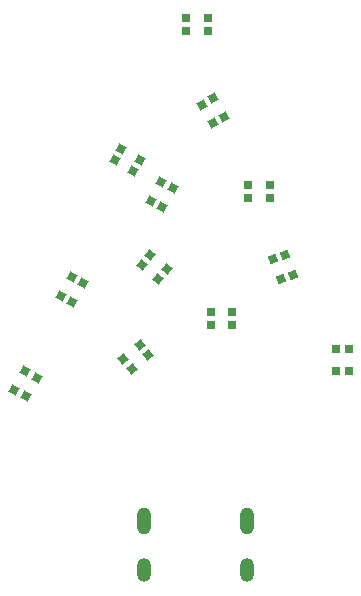
<source format=gts>
G04 #@! TF.GenerationSoftware,KiCad,Pcbnew,9.0.5*
G04 #@! TF.CreationDate,2025-11-30T01:11:54+01:00*
G04 #@! TF.ProjectId,xmasCrystalBall,786d6173-4372-4797-9374-616c42616c6c,rev?*
G04 #@! TF.SameCoordinates,Original*
G04 #@! TF.FileFunction,Soldermask,Top*
G04 #@! TF.FilePolarity,Negative*
%FSLAX46Y46*%
G04 Gerber Fmt 4.6, Leading zero omitted, Abs format (unit mm)*
G04 Created by KiCad (PCBNEW 9.0.5) date 2025-11-30 01:11:54*
%MOMM*%
%LPD*%
G01*
G04 APERTURE LIST*
G04 Aperture macros list*
%AMRotRect*
0 Rectangle, with rotation*
0 The origin of the aperture is its center*
0 $1 length*
0 $2 width*
0 $3 Rotation angle, in degrees counterclockwise*
0 Add horizontal line*
21,1,$1,$2,0,0,$3*%
G04 Aperture macros list end*
%ADD10RotRect,0.700000X0.700000X290.000000*%
%ADD11R,0.700000X0.700000*%
%ADD12RotRect,0.700000X0.700000X300.000000*%
%ADD13RotRect,0.700000X0.700000X330.000000*%
%ADD14RotRect,0.700000X0.700000X240.000000*%
%ADD15RotRect,0.700000X0.700000X220.000000*%
%ADD16RotRect,0.700000X0.700000X140.000000*%
%ADD17RotRect,0.700000X0.700000X60.000000*%
%ADD18C,0.100000*%
%ADD19O,1.200000X2.000000*%
%ADD20O,1.200000X2.300000*%
G04 APERTURE END LIST*
D10*
X151453883Y-95952071D03*
X150420220Y-96328291D03*
X151046117Y-98047929D03*
X152079780Y-97671709D03*
D11*
X148302413Y-90068814D03*
X148302413Y-91168814D03*
X150132413Y-91168814D03*
X150132413Y-90068814D03*
X156800000Y-103985000D03*
X155700000Y-103985000D03*
X155700000Y-105815000D03*
X156800000Y-105815000D03*
D12*
X145336227Y-82713773D03*
X144383599Y-83263773D03*
X145298599Y-84848599D03*
X146251227Y-84298599D03*
D13*
X137547587Y-87016187D03*
X136997587Y-87968814D03*
X138582413Y-88883813D03*
X139132413Y-87931186D03*
D14*
X134316401Y-98401401D03*
X133363773Y-97851401D03*
X132448773Y-99436227D03*
X133401401Y-99986227D03*
D15*
X139857067Y-104442649D03*
X139150000Y-103600000D03*
X137748139Y-104776301D03*
X138455206Y-105618950D03*
D11*
X143050000Y-75900000D03*
X143050000Y-77000000D03*
X144880000Y-77000000D03*
X144880000Y-75900000D03*
D16*
X140697397Y-98009475D03*
X141404463Y-97166826D03*
X140002603Y-95990525D03*
X139295537Y-96833174D03*
D14*
X141902628Y-90350000D03*
X140950000Y-89800000D03*
X140035000Y-91384826D03*
X140987628Y-91934826D03*
D17*
X128516186Y-107417413D03*
X129468814Y-107967413D03*
X130383814Y-106382587D03*
X129431186Y-105832587D03*
D11*
X145135000Y-100850000D03*
X145135000Y-101950000D03*
X146965000Y-101950000D03*
X146965000Y-100850000D03*
D18*
X146740000Y-118960000D03*
X140960000Y-118960000D03*
D19*
X148175000Y-122660000D03*
D20*
X148175000Y-118480000D03*
D19*
X139525000Y-122660000D03*
D20*
X139525000Y-118480000D03*
M02*

</source>
